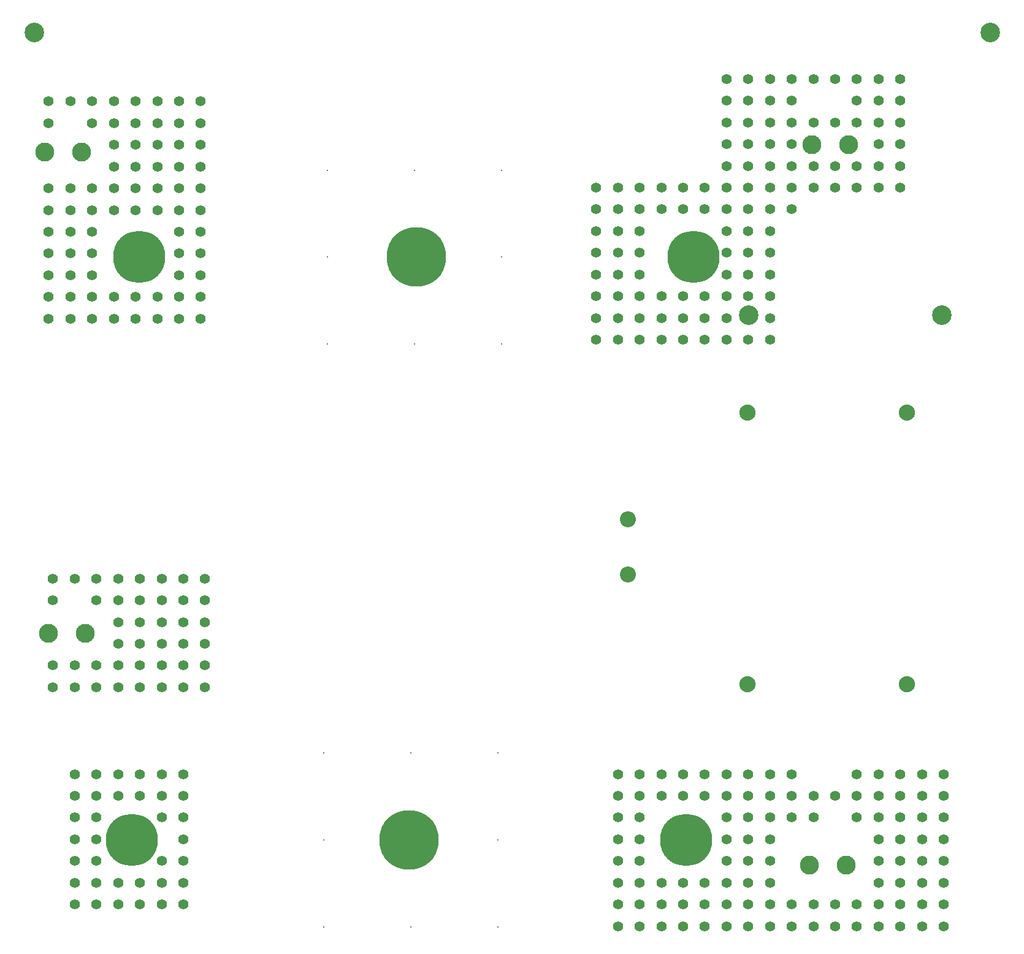
<source format=gts>
G04 Layer_Color=8388736*
%FSLAX44Y44*%
%MOMM*%
G71*
G01*
G75*
%ADD24C,2.2032*%
%ADD25C,2.2352*%
%ADD26C,2.7032*%
%ADD27C,2.6162*%
%ADD28C,0.2032*%
%ADD29C,7.2032*%
%ADD30C,8.2032*%
%ADD31C,1.4032*%
D24*
X840000Y848100D02*
D03*
Y771900D02*
D03*
D25*
X1005000Y620000D02*
D03*
Y995000D02*
D03*
X1225000Y620000D02*
D03*
Y995000D02*
D03*
D26*
X1273350Y1130000D02*
D03*
X1006650D02*
D03*
X20000Y1520000D02*
D03*
X1340000D02*
D03*
D27*
X1090000Y370000D02*
D03*
X1140800D02*
D03*
X40000Y690000D02*
D03*
X90800D02*
D03*
X35000Y1355000D02*
D03*
X85800D02*
D03*
X1094200Y1365000D02*
D03*
X1145000D02*
D03*
D28*
X425000Y1090000D02*
D03*
X545000D02*
D03*
X665000D02*
D03*
X425000Y1210000D02*
D03*
X665000D02*
D03*
Y1330000D02*
D03*
X545000D02*
D03*
X425000D02*
D03*
X660000Y525000D02*
D03*
X540000D02*
D03*
X420000D02*
D03*
X660000Y405000D02*
D03*
X420000D02*
D03*
Y285000D02*
D03*
X540000D02*
D03*
X660000D02*
D03*
D29*
X930000Y1210000D02*
D03*
X165000D02*
D03*
X155000Y405000D02*
D03*
X920000D02*
D03*
D30*
X547500Y1210000D02*
D03*
X537500Y405000D02*
D03*
D31*
X1216000Y1455999D02*
D03*
Y1425999D02*
D03*
Y1395999D02*
D03*
Y1365999D02*
D03*
Y1335999D02*
D03*
Y1305999D02*
D03*
X1186000Y1455999D02*
D03*
Y1425999D02*
D03*
Y1395999D02*
D03*
Y1365999D02*
D03*
Y1335999D02*
D03*
Y1305999D02*
D03*
X1156000Y1455999D02*
D03*
Y1425999D02*
D03*
Y1395999D02*
D03*
Y1335999D02*
D03*
Y1305999D02*
D03*
X1126000Y1455999D02*
D03*
Y1395999D02*
D03*
Y1335999D02*
D03*
Y1305999D02*
D03*
X1096000Y1455999D02*
D03*
Y1395999D02*
D03*
Y1335999D02*
D03*
Y1305999D02*
D03*
X1066000Y1455999D02*
D03*
Y1425999D02*
D03*
Y1395999D02*
D03*
Y1365999D02*
D03*
Y1335999D02*
D03*
Y1305999D02*
D03*
Y1276000D02*
D03*
X1036000Y1455999D02*
D03*
Y1425999D02*
D03*
Y1395999D02*
D03*
Y1365999D02*
D03*
Y1335999D02*
D03*
Y1305999D02*
D03*
Y1276000D02*
D03*
Y1246000D02*
D03*
Y1216000D02*
D03*
Y1186000D02*
D03*
Y1156000D02*
D03*
Y1126000D02*
D03*
Y1096000D02*
D03*
X1006000Y1455999D02*
D03*
Y1425999D02*
D03*
Y1395999D02*
D03*
Y1365999D02*
D03*
Y1335999D02*
D03*
Y1305999D02*
D03*
Y1276000D02*
D03*
Y1246000D02*
D03*
Y1216000D02*
D03*
Y1186000D02*
D03*
Y1156000D02*
D03*
Y1096000D02*
D03*
X976000Y1455999D02*
D03*
Y1425999D02*
D03*
Y1395999D02*
D03*
Y1365999D02*
D03*
Y1335999D02*
D03*
Y1305999D02*
D03*
Y1276000D02*
D03*
Y1246000D02*
D03*
Y1216000D02*
D03*
Y1186000D02*
D03*
Y1156000D02*
D03*
Y1126000D02*
D03*
Y1096000D02*
D03*
X946000Y1305999D02*
D03*
Y1276000D02*
D03*
Y1156000D02*
D03*
Y1126000D02*
D03*
Y1096000D02*
D03*
X916000Y1305999D02*
D03*
Y1276000D02*
D03*
Y1156000D02*
D03*
Y1126000D02*
D03*
Y1096000D02*
D03*
X886000Y1305999D02*
D03*
Y1276000D02*
D03*
Y1156000D02*
D03*
Y1126000D02*
D03*
Y1096000D02*
D03*
X856000Y1305999D02*
D03*
Y1276000D02*
D03*
Y1246000D02*
D03*
Y1216000D02*
D03*
Y1186000D02*
D03*
Y1156000D02*
D03*
Y1126000D02*
D03*
Y1096000D02*
D03*
X826000Y1305999D02*
D03*
Y1276000D02*
D03*
Y1246000D02*
D03*
Y1216000D02*
D03*
Y1186000D02*
D03*
Y1156000D02*
D03*
Y1126000D02*
D03*
Y1096000D02*
D03*
X796000Y1305999D02*
D03*
Y1276000D02*
D03*
Y1246000D02*
D03*
Y1216000D02*
D03*
Y1186000D02*
D03*
Y1156000D02*
D03*
Y1126000D02*
D03*
Y1096000D02*
D03*
X1276000Y496000D02*
D03*
Y466000D02*
D03*
Y436000D02*
D03*
Y406000D02*
D03*
Y376000D02*
D03*
Y346000D02*
D03*
Y316000D02*
D03*
Y286000D02*
D03*
X1246000Y496000D02*
D03*
Y466000D02*
D03*
Y436000D02*
D03*
Y406000D02*
D03*
Y376000D02*
D03*
Y346000D02*
D03*
Y316000D02*
D03*
Y286000D02*
D03*
X1216000Y496000D02*
D03*
Y466000D02*
D03*
Y436000D02*
D03*
Y406000D02*
D03*
Y376000D02*
D03*
Y346000D02*
D03*
Y316000D02*
D03*
Y286000D02*
D03*
X1186000Y496000D02*
D03*
Y466000D02*
D03*
Y436000D02*
D03*
Y406000D02*
D03*
Y376000D02*
D03*
Y346000D02*
D03*
Y316000D02*
D03*
Y286000D02*
D03*
X1156000Y496000D02*
D03*
Y466000D02*
D03*
Y436000D02*
D03*
Y316000D02*
D03*
Y286000D02*
D03*
X1126000Y466000D02*
D03*
Y316000D02*
D03*
Y286000D02*
D03*
X1096000Y466000D02*
D03*
Y436000D02*
D03*
Y316000D02*
D03*
Y286000D02*
D03*
X1066000Y496000D02*
D03*
Y466000D02*
D03*
Y436000D02*
D03*
Y316000D02*
D03*
Y286000D02*
D03*
X1036000Y496000D02*
D03*
Y466000D02*
D03*
Y436000D02*
D03*
Y406000D02*
D03*
Y376000D02*
D03*
Y346000D02*
D03*
Y316000D02*
D03*
Y286000D02*
D03*
X1006000Y496000D02*
D03*
Y466000D02*
D03*
Y436000D02*
D03*
Y406000D02*
D03*
Y376000D02*
D03*
Y346000D02*
D03*
Y316000D02*
D03*
Y286000D02*
D03*
X976000Y496000D02*
D03*
Y466000D02*
D03*
Y436000D02*
D03*
Y406000D02*
D03*
Y376000D02*
D03*
Y346000D02*
D03*
Y316000D02*
D03*
Y286000D02*
D03*
X946000Y496000D02*
D03*
Y466000D02*
D03*
Y346000D02*
D03*
Y316000D02*
D03*
Y286000D02*
D03*
X916000Y496000D02*
D03*
Y466000D02*
D03*
Y346000D02*
D03*
Y316000D02*
D03*
Y286000D02*
D03*
X886000Y496000D02*
D03*
Y466000D02*
D03*
Y346000D02*
D03*
Y316000D02*
D03*
Y286000D02*
D03*
X856000Y496000D02*
D03*
Y466000D02*
D03*
Y436000D02*
D03*
Y406000D02*
D03*
Y376000D02*
D03*
Y346000D02*
D03*
Y316000D02*
D03*
Y286000D02*
D03*
X826000Y496000D02*
D03*
Y466000D02*
D03*
Y436000D02*
D03*
Y406000D02*
D03*
Y376000D02*
D03*
Y346000D02*
D03*
Y316000D02*
D03*
Y286000D02*
D03*
X226000Y496000D02*
D03*
Y466000D02*
D03*
Y436000D02*
D03*
Y406000D02*
D03*
Y376000D02*
D03*
Y346000D02*
D03*
Y316000D02*
D03*
X196000Y496000D02*
D03*
Y466000D02*
D03*
Y436000D02*
D03*
Y376000D02*
D03*
Y346000D02*
D03*
Y316000D02*
D03*
X166000Y496000D02*
D03*
Y466000D02*
D03*
Y346000D02*
D03*
Y316000D02*
D03*
X136000Y496000D02*
D03*
Y466000D02*
D03*
Y346000D02*
D03*
Y316000D02*
D03*
X106000Y496000D02*
D03*
Y466000D02*
D03*
Y436000D02*
D03*
Y406000D02*
D03*
Y376000D02*
D03*
Y346000D02*
D03*
Y316000D02*
D03*
X76000Y496000D02*
D03*
Y466000D02*
D03*
Y436000D02*
D03*
Y406000D02*
D03*
Y376000D02*
D03*
Y346000D02*
D03*
Y316000D02*
D03*
X256000Y766000D02*
D03*
Y736000D02*
D03*
Y706000D02*
D03*
Y676000D02*
D03*
Y646000D02*
D03*
Y616000D02*
D03*
X226000Y766000D02*
D03*
Y736000D02*
D03*
Y706000D02*
D03*
Y676000D02*
D03*
Y646000D02*
D03*
Y616000D02*
D03*
X196000Y766000D02*
D03*
Y736000D02*
D03*
Y706000D02*
D03*
Y676000D02*
D03*
Y646000D02*
D03*
Y616000D02*
D03*
X166000Y766000D02*
D03*
Y736000D02*
D03*
Y706000D02*
D03*
Y676000D02*
D03*
Y646000D02*
D03*
Y616000D02*
D03*
X136000Y766000D02*
D03*
Y736000D02*
D03*
Y706000D02*
D03*
Y676000D02*
D03*
Y646000D02*
D03*
Y616000D02*
D03*
X106000Y766000D02*
D03*
Y736000D02*
D03*
Y646000D02*
D03*
Y616000D02*
D03*
X76000Y766000D02*
D03*
Y646000D02*
D03*
Y616000D02*
D03*
X46000Y766000D02*
D03*
Y736000D02*
D03*
Y646000D02*
D03*
Y616000D02*
D03*
X250000Y1425000D02*
D03*
Y1395000D02*
D03*
Y1365000D02*
D03*
Y1335000D02*
D03*
Y1305000D02*
D03*
Y1275000D02*
D03*
Y1245000D02*
D03*
Y1215000D02*
D03*
Y1185000D02*
D03*
Y1155000D02*
D03*
Y1125000D02*
D03*
X220000Y1425000D02*
D03*
Y1395000D02*
D03*
Y1365000D02*
D03*
Y1335000D02*
D03*
Y1305000D02*
D03*
Y1275000D02*
D03*
Y1245000D02*
D03*
Y1215000D02*
D03*
Y1185000D02*
D03*
Y1155000D02*
D03*
Y1125000D02*
D03*
X190000Y1425000D02*
D03*
Y1395000D02*
D03*
Y1365000D02*
D03*
Y1335000D02*
D03*
Y1305000D02*
D03*
Y1275000D02*
D03*
Y1155000D02*
D03*
Y1125000D02*
D03*
X160000Y1425000D02*
D03*
Y1395000D02*
D03*
Y1365000D02*
D03*
Y1335000D02*
D03*
Y1305000D02*
D03*
Y1275000D02*
D03*
Y1155000D02*
D03*
Y1125000D02*
D03*
X130000Y1425000D02*
D03*
Y1395000D02*
D03*
Y1365000D02*
D03*
Y1335000D02*
D03*
Y1305000D02*
D03*
Y1275000D02*
D03*
Y1155000D02*
D03*
Y1125000D02*
D03*
X100000Y1425000D02*
D03*
Y1395000D02*
D03*
Y1305000D02*
D03*
Y1275000D02*
D03*
Y1245000D02*
D03*
Y1215000D02*
D03*
Y1185000D02*
D03*
Y1155000D02*
D03*
Y1125000D02*
D03*
X70000Y1425000D02*
D03*
Y1305000D02*
D03*
Y1275000D02*
D03*
Y1245000D02*
D03*
Y1215000D02*
D03*
Y1185000D02*
D03*
Y1155000D02*
D03*
Y1125000D02*
D03*
X40000Y1425000D02*
D03*
Y1395000D02*
D03*
Y1305000D02*
D03*
Y1275000D02*
D03*
Y1245000D02*
D03*
Y1215000D02*
D03*
Y1185000D02*
D03*
Y1155000D02*
D03*
Y1125000D02*
D03*
M02*

</source>
